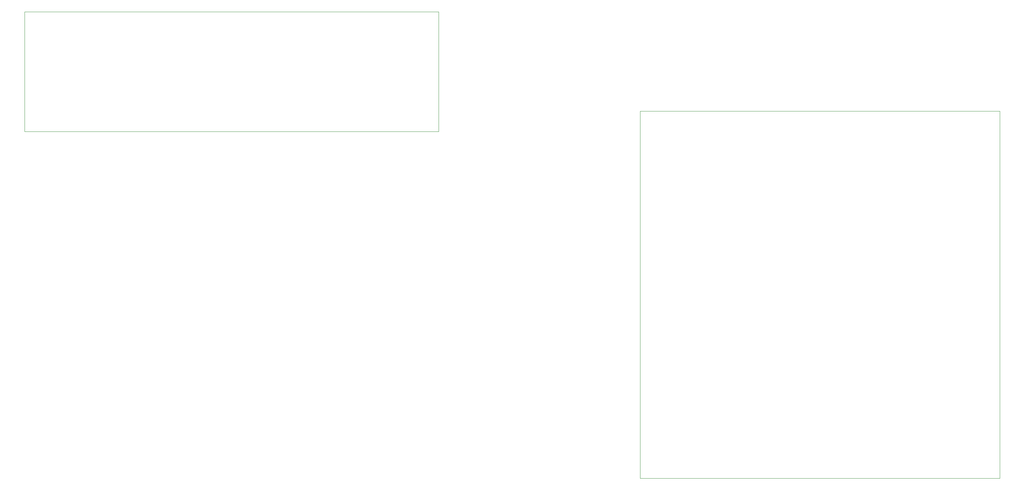
<source format=gbr>
%TF.GenerationSoftware,KiCad,Pcbnew,9.0.4*%
%TF.CreationDate,2025-11-05T16:33:01+05:30*%
%TF.ProjectId,BikeSSv3,42696b65-5353-4763-932e-6b696361645f,rev?*%
%TF.SameCoordinates,Original*%
%TF.FileFunction,Profile,NP*%
%FSLAX46Y46*%
G04 Gerber Fmt 4.6, Leading zero omitted, Abs format (unit mm)*
G04 Created by KiCad (PCBNEW 9.0.4) date 2025-11-05 16:33:01*
%MOMM*%
%LPD*%
G01*
G04 APERTURE LIST*
%TA.AperFunction,Profile*%
%ADD10C,0.050000*%
%TD*%
G04 APERTURE END LIST*
D10*
X176100000Y-43205000D02*
X264000000Y-43205000D01*
X264000000Y-133000000D01*
X176100000Y-133000000D01*
X176100000Y-43205000D01*
X25500000Y-18875000D02*
X126750000Y-18875000D01*
X126750000Y-48125000D01*
X25500000Y-48125000D01*
X25500000Y-18875000D01*
M02*

</source>
